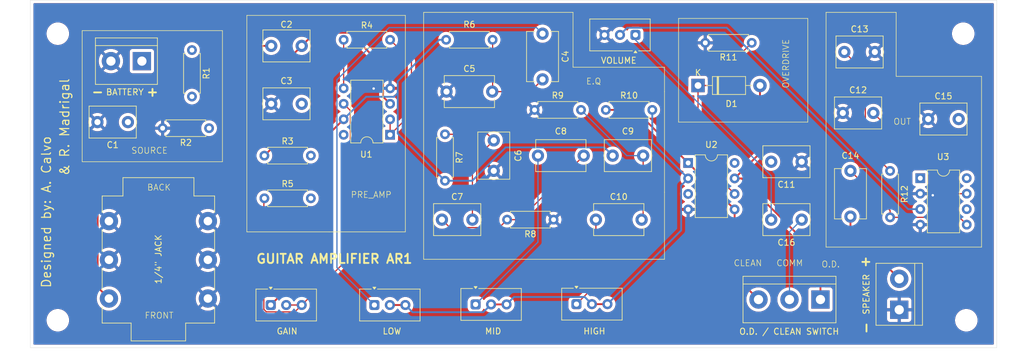
<source format=kicad_pcb>
(kicad_pcb (version 20240108) (generator "pcbnew") (generator_version "8.0")
  (title_block (title "Guitar Amplifier AR1") (date "2025-06-14") (rev "0") (company "University of Costa Rica"))
  (layers (0 "F.Cu" signal) (1 "In1.Cu" power) (2 "In2.Cu" power) (31 "B.Cu" signal) (34 "B.Paste" user) (35 "F.Paste" user) (36 "B.SilkS" user "B.Silkscreen") (37 "F.SilkS" user "F.Silkscreen") (38 "B.Mask" user) (39 "F.Mask" user) (44 "Edge.Cuts" user))
  (net 0 "")
  (net 1 "+4.5V")
  (net 2 "GND")
  (net 3 "Net-(C2-Pad2)")
  (net 4 "+9V")
  (net 5 "Net-(C4-Pad1)")
  (net 6 "Net-(C4-Pad2)")
  (net 7 "Net-(C6-Pad2)")
  (net 8 "Net-(C7-Pad1)")
  (net 9 "Net-(C8-Pad1)")
  (net 10 "/OUT_PreAmp")
  (net 11 "Net-(C10-Pad2)")
  (net 12 "Net-(C10-Pad1)")
  (net 13 "Net-(U3-BYPASS)")
  (net 14 "Net-(C13-Pad1)")
  (net 15 "Net-(C14-Pad1)")
  (net 16 "/System_Out")
  (net 17 "Net-(C16-Pad2)")
  (net 18 "Net-(J4-Pin_2)")
  (net 19 "Net-(D1-K)")
  (net 20 "/OUT_OverD")
  (net 21 "/OUT_Eq")
  (net 22 "Net-(U3-+)")
  (net 23 "/OUT_Clean")
  (net 26 "Net-(U1-1IN+)")
  (net 27 "Net-(U1-1IN-)")
  (net 28 "Net-(U1-2IN+)")
  (net 29 "Net-(U1-2IN-)")
  (footprint "Capacitor_THT:C_Disc_D8.0mm_W5.0mm_P7.50mm" (layer "F.Cu") (at 168.75 127.5)
    (property "Reference" "C5" (at 3.75 -3.75 0) (layer "F.SilkS"))
    (property "Value" "220n")
    (pad "1" thru_hole circle (at 0 0) (size 2 2) (drill 1) (layers "*.Cu" "*.Mask") (net 2 "GND"))
    (pad "2" thru_hole circle (at 7.5 0) (size 2 2) (drill 1) (layers "*.Cu" "*.Mask") (net 6 "Net-(C4-Pad2)"))
  )
  (footprint "Resistor_THT:R_Axial_DIN0207_L6.3mm_D2.5mm_P7.62mm_Horizontal" (layer "F.Cu") (at 138.88 145)
    (property "Reference" "R5" (at 3.81 -2.37 0) (layer "F.SilkS"))
    (property "Value" "10k")
    (pad "1" thru_hole circle (at 0 0) (size 1.6 1.6) (drill 0.8) (layers "*.Cu" "*.Mask") (net 29 "Net-(U1-2IN-)"))
    (pad "2" thru_hole oval (at 7.62 0) (size 1.6 1.6) (drill 0.8) (layers "*.Cu" "*.Mask") (net 1 "+4.5V"))
  )
  (footprint "Capacitor_THT:C_Disc_D8.0mm_W5.0mm_P7.50mm" (layer "F.Cu") (at 184.5 118 -90)
    (property "Reference" "C4" (at 3.75 -3.75 90) (layer "F.SilkS"))
    (property "Value" "220n")
    (pad "1" thru_hole circle (at 0 0 270) (size 2 2) (drill 1) (layers "*.Cu" "*.Mask") (net 5 "Net-(C4-Pad1)"))
    (pad "2" thru_hole circle (at 7.5 0 270) (size 2 2) (drill 1) (layers "*.Cu" "*.Mask") (net 6 "Net-(C4-Pad2)"))
  )
  (footprint "MountingHole:MountingHole_3.2mm_M3" (layer "F.Cu") (at 254 165)
    (property "Reference" "H4" (hide yes))
    (property "Value" "MountingHole_3.2mm_M3")
    (pad "" np_thru_hole circle (at 0 0) (size 3.2 3.2) (drill 3.2) (layers "*.Cu" "*.Mask"))
  )
  (footprint "Resistor_THT:R_Axial_DIN0207_L6.3mm_D2.5mm_P7.62mm_Horizontal" (layer "F.Cu") (at 151.88 119)
    (property "Reference" "R4" (at 3.81 -2.37 0) (layer "F.SilkS"))
    (property "Value" "100")
    (pad "1" thru_hole circle (at 0 0) (size 1.6 1.6) (drill 0.8) (layers "*.Cu" "*.Mask") (net 28 "Net-(U1-2IN+)"))
    (pad "2" thru_hole oval (at 7.62 0) (size 1.6 1.6) (drill 0.8) (layers "*.Cu" "*.Mask") (net 27 "Net-(U1-1IN-)"))
  )
  (footprint "Capacitor_THT:C_Disc_D8.0mm_W5.0mm_P7.50mm" (layer "F.Cu") (at 235 140.5 -90)
    (property "Reference" "C14" (at -2.5 0 0) (layer "F.SilkS"))
    (property "Value" "220u")
    (pad "1" thru_hole circle (at 0 0 270) (size 2 2) (drill 1) (layers "*.Cu" "*.Mask") (net 15 "Net-(C14-Pad1)"))
    (pad "2" thru_hole circle (at 7.5 0 270) (size 2 2) (drill 1) (layers "*.Cu" "*.Mask") (net 16 "/System_Out"))
  )
  (footprint "Capacitor_THT:C_Disc_D7.5mm_W5.0mm_P5.00mm" (layer "F.Cu") (at 201 138 180)
    (property "Reference" "C9" (at 2.5 4 0) (layer "F.SilkS"))
    (property "Value" "10n")
    (pad "1" thru_hole circle (at 0 0 180) (size 2 2) (drill 1) (layers "*.Cu" "*.Mask") (net 11 "Net-(C10-Pad2)"))
    (pad "2" thru_hole circle (at 5 0 180) (size 2 2) (drill 1) (layers "*.Cu" "*.Mask") (net 10 "/OUT_PreAmp"))
  )
  (footprint "MountingHole:MountingHole_3.2mm_M3" (layer "F.Cu") (at 105 118)
    (property "Reference" "H1" (hide yes))
    (property "Value" "MountingHole_3.2mm_M3")
    (pad "" np_thru_hole circle (at 0 0) (size 3.2 3.2) (drill 3.2) (layers "*.Cu" "*.Mask"))
  )
  (footprint "Capacitor_THT:C_Disc_D8.0mm_W5.0mm_P7.50mm" (layer "F.Cu") (at 183.75 138)
    (property "Reference" "C8" (at 3.75 -4 0) (layer "F.SilkS"))
    (property "Value" "220n")
    (pad "1" thru_hole circle (at 0 0) (size 2 2) (drill 1) (layers "*.Cu" "*.Mask") (net 9 "Net-(C8-Pad1)"))
    (pad "2" thru_hole circle (at 7.5 0) (size 2 2) (drill 1) (layers "*.Cu" "*.Mask") (net 8 "Net-(C7-Pad1)"))
  )
  (footprint "Capacitor_THT:C_Disc_D7.5mm_W5.0mm_P5.00mm" (layer "F.Cu") (at 140 129.5)
    (property "Reference" "C3" (at 2.5 -3.75 0) (layer "F.SilkS"))
    (property "Value" "10u")
    (pad "1" thru_hole circle (at 0 0) (size 2 2) (drill 1) (layers "*.Cu" "*.Mask") (net 2 "GND"))
    (pad "2" thru_hole circle (at 5 0) (size 2 2) (drill 1) (layers "*.Cu" "*.Mask") (net 4 "+9V"))
  )
  (footprint "Capacitor_THT:C_Disc_D7.5mm_W5.0mm_P5.00mm" (layer "F.Cu") (at 227 148.5 180)
    (property "Reference" "C16" (at 2.5 -3.75 0) (layer "F.SilkS"))
    (property "Value" "10u")
    (pad "1" thru_hole circle (at 0 0 180) (size 2 2) (drill 1) (layers "*.Cu" "*.Mask") (net 18 "Net-(J4-Pin_2)"))
    (pad "2" thru_hole circle (at 5 0 180) (size 2 2) (drill 1) (layers "*.Cu" "*.Mask") (net 17 "Net-(C16-Pad2)"))
  )
  (footprint "Resistor_THT:R_Axial_DIN0207_L6.3mm_D2.5mm_P7.62mm_Horizontal" (layer "F.Cu") (at 129.81 133.5 180)
    (property "Reference" "R2" (at 3.81 -2.37 0) (layer "F.SilkS"))
    (property "Value" "10k")
    (pad "1" thru_hole circle (at 0 0 180) (size 1.6 1.6) (drill 0.8) (layers "*.Cu" "*.Mask") (net 1 "+4.5V"))
    (pad "2" thru_hole oval (at 7.62 0 180) (size 1.6 1.6) (drill 0.8) (layers "*.Cu" "*.Mask") (net 2 "GND"))
  )
  (footprint "TerminalBlock:TerminalBlock_bornier-2_P5.08mm" (layer "F.Cu") (at 243 163.28 90)
    (property "Reference" "SPEAKER" (at 2.54 -5.4 90) (layer "F.SilkS"))
    (property "Value" "Screw_Terminal_01x02")
    (pad "1" thru_hole rect (at 0 0 90) (size 3 3) (drill 1.52) (layers "*.Cu" "*.Mask") (net 2 "GND"))
    (pad "2" thru_hole circle (at 5.08 0 90) (size 3 3) (drill 1.52) (layers "*.Cu" "*.Mask") (net 16 "/System_Out"))
  )
  (footprint "TerminalBlock:TerminalBlock_bornier-2_P5.08mm" (layer "F.Cu") (at 118.79 122.5 180)
    (property "Reference" "BATTERY" (at 2.79 -5.08 180) (layer "F.SilkS"))
    (property "Value" "Screw_Terminal_01x02")
    (pad "1" thru_hole rect (at 0 0 180) (size 3 3) (drill 1.52) (layers "*.Cu" "*.Mask") (net 4 "+9V"))
    (pad "2" thru_hole circle (at 5.08 0 180) (size 3 3) (drill 1.52) (layers "*.Cu" "*.Mask") (net 2 "GND"))
  )
  (footprint "Potentiometer_THT:Potentiometer_Vishay_T93XA_Horizontal" (layer "F.Cu") (at 199.74 118.2 180)
    (property "Reference" "VOLUME" (at 2.74 -4.2 0) (layer "F.SilkS"))
    (property "Value" "50k")
    (pad "1" thru_hole roundrect (at 0 0 180) (size 1.65 1.65) (drill 0.85) (layers "*.Cu" "*.Mask") (net 17 "Net-(C16-Pad2)"))
    (pad "2" thru_hole circle (at 2.54 0 180) (size 1.65 1.65) (drill 0.85) (layers "*.Cu" "*.Mask") (net 22 "Net-(U3-+)"))
    (pad "3" thru_hole circle (at 5.08 0 180) (size 1.65 1.65) (drill 0.85) (layers "*.Cu" "*.Mask") (net 2 "GND"))
  )
  (footprint "Capacitor_THT:C_Disc_D7.5mm_W5.0mm_P5.00mm" (layer "F.Cu") (at 233.75 131)
    (property "Reference" "C12" (at 2.5 -3.75 0) (layer "F.SilkS"))
    (property "Value" "10u")
    (pad "1" thru_hole circle (at 0 0) (size 2 2) (drill 1) (layers "*.Cu" "*.Mask") (net 2 "GND"))
    (pad "2" thru_hole circle (at 5 0) (size 2 2) (drill 1) (layers "*.Cu" "*.Mask") (net 13 "Net-(U3-BYPASS)"))
  )
  (footprint "Resistor_THT:R_Axial_DIN0207_L6.3mm_D2.5mm_P7.62mm_Horizontal" (layer "F.Cu") (at 127 120.69 -90)
    (property "Reference" "R1" (at 3.81 -2.37 90) (layer "F.SilkS"))
    (property "Value" "10k")
    (pad "1" thru_hole circle (at 0 0 270) (size 1.6 1.6) (drill 0.8) (layers "*.Cu" "*.Mask") (net 4 "+9V"))
    (pad "2" thru_hole oval (at 7.62 0 270) (size 1.6 1.6) (drill 0.8) (layers "*.Cu" "*.Mask") (net 1 "+4.5V"))
  )
  (footprint "Resistor_THT:R_Axial_DIN0207_L6.3mm_D2.5mm_P7.62mm_Horizontal" (layer "F.Cu") (at 241.5 140.5 -90)
    (property "Reference" "R12" (at 3.81 -2.37 90) (layer "F.SilkS"))
    (property "Value" "10")
    (pad "1" thru_hole circle (at 0 0 270) (size 1.6 1.6) (drill 0.8) (layers "*.Cu" "*.Mask") (net 14 "Net-(C13-Pad1)"))
    (pad "2" thru_hole oval (at 7.62 0 270) (size 1.6 1.6) (drill 0.8) (layers "*.Cu" "*.Mask") (net 15 "Net-(C14-Pad1)"))
  )
  (footprint "Connector_Audio:Jack_6.35mm_Neutrik_NMJ6HCD2_Horizontal" (layer "F.Cu") (at 113.385 161.435 90)
    (property "Reference" "1/4\" JACK" (at 6.435 8.115 90) (layer "F.SilkS"))
    (property "Value" "NMJ6HCD2")
    (pad "R" thru_hole circle (at 6.35 0 90) (size 3 3) (drill 1.4) (layers "*.Cu" "*.Mask") (net 2 "GND"))
    (pad "RN" thru_hole circle (at 6.35 16.23 90) (size 3 3) (drill 1.4) (layers "*.Cu" "*.Mask") (net 2 "GND"))
    (pad "S" thru_hole circle (at 12.7 0 90) (size 3 3) (drill 1.4) (layers "*.Cu" "*.Mask") (net 2 "GND"))
    (pad "SN" thru_hole circle (at 12.7 16.23 90) (size 3 3) (drill 1.4) (layers "*.Cu" "*.Mask") (net 2 "GND"))
    (pad "T" thru_hole circle (at 0 0 90) (size 3 3) (drill 1.4) (layers "*.Cu" "*.Mask") (net 3 "Net-(C2-Pad2)"))
    (pad "TN" thru_hole circle (at 0 16.23 90) (size 3 3) (drill 1.4) (layers "*.Cu" "*.Mask") (net 2 "GND"))
  )
  (footprint "Capacitor_THT:C_Disc_D7.5mm_W5.0mm_P5.00mm" (layer "F.Cu") (at 247.75 132)
    (property "Reference" "C15" (at 2.5 -3.75 0) (layer "F.SilkS"))
    (property "Value" "10u")
    (pad "1" thru_hole circle (at 0 0) (size 2 2) (drill 1) (layers "*.Cu" "*.Mask") (net 2 "GND"))
    (pad "2" thru_hole circle (at 5 0) (size 2 2) (drill 1) (layers "*.Cu" "*.Mask") (net 4 "+9V"))
  )
  (footprint "MountingHole:MountingHole_3.2mm_M3" (layer "F.Cu") (at 253.5 118)
    (property "Reference" "H3" (hide yes))
    (property "Value" "MountingHole_3.2mm_M3")
    (pad "" np_thru_hole circle (at 0 0) (size 3.2 3.2) (drill 3.2) (layers "*.Cu" "*.Mask"))
  )
  (footprint "Capacitor_THT:C_Disc_D7.5mm_W5.0mm_P5.00mm" (layer "F.Cu") (at 116.5 132.5 180)
    (property "Reference" "C1" (at 2.5 -3.75 0) (layer "F.SilkS"))
    (property "Value" "10u")
    (pad "1" thru_hole circle (at 0 0 180) (size 2 2) (drill 1) (layers "*.Cu" "*.Mask") (net 1 "+4.5V"))
    (pad "2" thru_hole circle (at 5 0 180) (size 2 2) (drill 1) (layers "*.Cu" "*.Mask") (net 2 "GND"))
  )
  (footprint "Capacitor_THT:C_Disc_D7.5mm_W5.0mm_P5.00mm" (layer "F.Cu") (at 227 139 180)
    (property "Reference" "C11" (at 2.5 -3.75 0) (layer "F.SilkS"))
    (property "Value" "10u")
    (pad "1" thru_hole circle (at 0 0 180) (size 2 2) (drill 1) (layers "*.Cu" "*.Mask") (net 2 "GND"))
    (pad "2" thru_hole circle (at 5 0 180) (size 2 2) (drill 1) (layers "*.Cu" "*.Mask") (net 4 "+9V"))
  )
  (footprint "Resistor_THT:R_Axial_DIN0207_L6.3mm_D2.5mm_P7.62mm_Horizontal" (layer "F.Cu") (at 218.81 119.5 180)
    (property "Reference" "R11" (at 3.81 -2.37 0) (layer "F.SilkS"))
    (property "Value" "175")
    (pad "1" thru_hole circle (at 0 0 180) (size 1.6 1.6) (drill 0.8) (layers "*.Cu" "*.Mask") (net 19 "Net-(D1-K)"))
    (pad "2" thru_hole oval (at 7.62 0 180) (size 1.6 1.6) (drill 0.8) (layers "*.Cu" "*.Mask") (net 2 "GND"))
  )
  (footprint "Potentiometer_THT:Potentiometer_Vishay_T93XA_Horizontal" (layer "F.Cu") (at 156.92 162.5)
    (property "Reference" "LOW" (at 2.88 4.3 0) (layer "F.SilkS"))
    (property "Value" "50k")
    (pad "1" thru_hole roundrect (at 0 0) (size 1.65 1.65) (drill 0.85) (layers "*.Cu" "*.Mask") (net 5 "Net-(C4-Pad1)"))
    (pad "2" thru_hole circle (at 2.54 0) (size 1.65 1.65) (drill 0.85) (layers "*.Cu" "*.Mask") (net 21 "/OUT_Eq"))
    (pad "3" thru_hole circle (at 5.08 0) (size 1.65 1.65) (drill 0.85) (layers "*.Cu" "*.Mask") (net 21 "/OUT_Eq"))
  )
  (footprint "Resistor_THT:R_Axial_DIN0207_L6.3mm_D2.5mm_P7.62mm_Horizontal" (layer "F.Cu") (at 183.19 130.5)
    (property "Reference" "R9" (at 3.81 -2.37 0) (layer "F.SilkS"))
    (property "Value" "3.3k")
    (pad "1" thru_hole circle (at 0 0) (size 1.6 1.6) (drill 0.8) (layers "*.Cu" "*.Mask") (net 2 "GND"))
    (pad "2" thru_hole oval (at 7.62 0) (size 1.6 1.6) (drill 0.8) (layers "*.Cu" "*.Mask") (net 11 "Net-(C10-Pad2)"))
  )
  (footprint "Potentiometer_THT:Potentiometer_Vishay_T93XA_Horizontal" (layer "F.Cu") (at 173.52 162.4)
    (property "Reference" "MID" (at 2.88 4.4 0) (layer "F.SilkS"))
    (property "Value" "50k")
    (pad "1" thru_hole roundrect (at 0 0) (size 1.65 1.65) (drill 0.85) (layers "*.Cu" "*.Mask") (net 9 "Net-(C8-Pad1)"))
    (pad "2" thru_hole circle (at 2.54 0) (size 1.65 1.65) (drill 0.85) (layers "*.Cu" "*.Mask") (net 21 "/OUT_Eq"))
    (pad "3" thru_hole circle (at 5.08 0) (size 1.65 1.65) (drill 0.85) (layers "*.Cu" "*.Mask") (net 21 "/OUT_Eq"))
  )
  (footprint "TerminalBlock:TerminalBlock_bornier-3_P5.08mm" (layer "F.Cu") (at 230.08 161.6 180)
    (property "Reference" "O.D. / CLEAN SWITCH" (at 5.13 -5.25 180) (layer "F.SilkS"))
    (property "Value" "Terminal_01x03")
    (pad "1" thru_hole rect (at 0 0 180) (size 3 3) (drill 1.52) (layers "*.Cu" "*.Mask") (net 20 "/OUT_OverD"))
    (pad "2" thru_hole circle (at 5.08 0 180) (size 3 3) (drill 1.52) (layers "*.Cu" "*.Mask") (net 18 "Net-(J4-Pin_2)"))
    (pad "3" thru_hole circle (at 10.16 0 180) (size 3 3) (drill 1.52) (layers "*.Cu" "*.Mask") (net 23 "/OUT_Clean"))
  )
  (footprint "Resistor_THT:R_Axial_DIN0207_L6.3mm_D2.5mm_P7.62mm_Horizontal" (layer "F.Cu") (at 194.88 130.5)
    (property "Reference" "R10" (at 3.81 -2.37 0) (layer "F.SilkS"))
    (property "Value" "33k")
    (pad "1" thru_hole circle (at 0 0) (size 1.6 1.6) (drill 0.8) (layers "*.Cu" "*.Mask") (net 23 "/OUT_Clean"))
    (pad "2" thru_hole oval (at 7.62 0) (size 1.6 1.6) (drill 0.8) (layers "*.Cu" "*.Mask") (net 21 "/OUT_Eq"))
  )
  (footprint "Package_DIP:DIP-8_W7.62mm" (layer "F.Cu") (at 208.38 139.2)
    (property "Reference" "U2" (at 3.81 -3 0) (layer "F.SilkS"))
    (property "Value" "TL072CP")
    (pad "1" thru_hole rect (at 0 0) (size 1.6 1.6) (drill 0.8) (layers "*.Cu" "*.Mask") (net 23 "/OUT_Clean"))
    (pad "2" thru_hole oval (at 0 2.54) (size 1.6 1.6) (drill 0.8) (layers "*.Cu" "*.Mask") (net 21 "/OUT_Eq"))
    (pad "3" thru_hole oval (at 0 5.08) (size 1.6 1.6) (drill 0.8) (layers "*.Cu" "*.Mask") (net 1 "+4.5V"))
    (pad "4" thru_hole oval (at 0 7.62) (size 1.6 1.6) (drill 0.8) (layers "*.Cu" "*.Mask") (net 2 "GND"))
    (pad "5" thru_hole oval (at 7.62 7.62) (size 1.6 1.6) (drill 0.8) (layers "*.Cu" "*.Mask") (net 23 "/OUT_Clean"))
    (pad "6" thru_hole oval (at 7.62 5.08) (size 1.6 1.6) (drill 0.8) (layers "*.Cu" "*.Mask") (net 19 "Net-(D1-K)"))
    (pad "7" thru_hole oval (at 7.62 2.54) (size 1.6 1.6) (drill 0.8) (layers "*.Cu" "*.Mask") (net 20 "/OUT_OverD"))
    (pad "8" thru_hole oval (at 7.62 0) (size 1.6 1.6) (drill 0.8) (layers "*.Cu" "*.Mask") (net 4 "+9V"))
  )
  (footprint "Capacitor_THT:C_Disc_D8.0mm_W5.0mm_P7.50mm" (layer "F.Cu") (at 193.25 148.5)
    (property "Reference" "C10" (at 3.75 -3.75 0) (layer "F.SilkS"))
    (property "Value" "220n")
    (pad "1" thru_hole circle (at 0 0) (size 2 2) (drill 1) (layers "*.Cu" "*.Mask") (net 12 "Net-(C10-Pad1)"))
    (pad "2" thru_hole circle (at 7.5 0) (size 2 2) (drill 1) (layers "*.Cu" "*.Mask") (net 11 "Net-(C10-Pad2)"))
  )
  (footprint "Capacitor_THT:C_Disc_D7.5mm_W5.0mm_P5.00mm" (layer "F.Cu") (at 145 120 180)
    (property "Reference" "C2" (at 2.5 3.5 0) (layer "F.SilkS"))
    (property "Value" "10n")
    (pad "1" thru_hole circle (at 0 0 180) (size 2 2) (drill 1) (layers "*.Cu" "*.Mask") (net 26 "Net-(U1-1IN+)"))
    (pad "2" thru_hole circle (at 5 0 180) (size 2 2) (drill 1) (layers "*.Cu" "*.Mask") (net 3 "Net-(C2-Pad2)"))
  )
  (footprint "Resistor_THT:R_Axial_DIN0207_L6.3mm_D2.5mm_P7.62mm_Horizontal" (layer "F.Cu") (at 168.5 134.5 -90)
    (property "Reference" "R7" (at 3.81 -2.37 90) (layer "F.SilkS"))
    (property "Value" "1.5k")
    (pad "1" thru_hole circle (at 0 0 270) (size 1.6 1.6) (drill 0.8) (layers "*.Cu" "*.Mask") (net 7 "Net-(C6-Pad2)"))
    (pad "2" thru_hole oval (at 7.62 0 270) (size 1.6 1.6) (drill 0.8) (layers "*.Cu" "*.Mask") (net 10 "/OUT_PreAmp"))
  )
  (footprint "Capacitor_THT:C_Disc_D7.5mm_W5.0mm_P5.00mm" (layer "F.Cu") (at 168 148.5)
    (property "Reference" "C7" (at 2.5 -3.75 0) (layer "F.SilkS"))
    (property "Value" "100n")
    (pad "1" thru_hole circle (at 0 0) (size 2 2) (drill 1) (layers "*.Cu" "*.Mask") (net 8 "Net-(C7-Pad1)"))
    (pad "2" thru_hole circle (at 5 0) (size 2 2) (drill 1) (layers "*.Cu" "*.Mask") (net 7 "Net-(C6-Pad2)"))
  )
  (footprint "Resistor_THT:R_Axial_DIN0207_L6.3mm_D2.5mm_P7.62mm_Horizontal" (layer "F.Cu") (at 176.31 119 180)
    (property "Reference" "R6" (at 3.81 2.5 0) (layer "F.SilkS"))
    (property "Value" "3k")
    (pad "1" thru_hole circle (at 0 0 180) (size 1.6 1.6) (drill 0.8) (layers "*.Cu" "*.Mask") (net 6 "Net-(C4-Pad2)"))
    (pad "2" thru_hole oval (at 7.62 0 180) (size 1.6 1.6) (drill 0.8) (layers "*.Cu" "*.Mask") (net 10 "/OUT_PreAmp"))
  )
  (footprint "Resistor_THT:R_Axial_DIN0207_L6.3mm_D2.5mm_P7.62mm_Horizontal" (layer "F.Cu") (at 186.31 148.5 180)
    (property "Reference" "R8" (at 3.81 -2.37 0) (layer "F.SilkS"))
    (property "Value" "1.5k")
    (pad "1" thru_hole circle (at 0 0 180) (size 1.6 1.6) (drill 0.8) (layers "*.Cu" "*.Mask") (net 2 "GND"))
    (pad "2" thru_hole oval (at 7.62 0 180) (size 1.6 1.6) (drill 0.8) (layers "*.Cu" "*.Mask") (net 8 "Net-(C7-Pad1)"))
  )
  (footprint "Package_DIP:DIP-8_W7.62mm" (layer "F.Cu") (at 246.45 141.7)
    (property "Reference" "U3" (at 3.75 -3.5 0) (layer "F.SilkS"))
    (property "Value" "LM386")
    (pad "1" thru_hole rect (at 0 0) (size 1.6 1.6) (drill 0.8) (layers "*.Cu" "*.Mask"))
    (pad "2" thru_hole oval (at 0 2.54) (size 1.6 1.6) (drill 0.8) (layers "*.Cu" "*.Mask") (net 2 "GND"))
    (pad "3" thru_hole oval (at 0 5.08) (size 1.6 1.6) (drill 0.8) (layers "*.Cu" "*.Mask") (net 22 "Net-(U3-+)"))
    (pad "4" thru_hole oval (at 0 7.62) (size 1.6 1.6) (drill 0.8) (layers "*.Cu" "*.Mask") (net 2 "GND"))
    (pad "5" thru_hole oval (at 7.62 7.62) (size 1.6 1.6) (drill 0.8) (layers "*.Cu" "*.Mask") (net 15 "Net-(C14-Pad1)"))
    (pad "6" thru_hole oval (at 7.62 5.08) (size 1.6 1.6) (drill 0.8) (layers "*.Cu" "*.Mask") (net 4 "+9V"))
    (pad "7" thru_hole oval (at 7.62 2.54) (size 1.6 1.6) (drill 0.8) (layers "*.Cu" "*.Mask") (net 13 "Net-(U3-BYPASS)"))
    (pad "8" thru_hole oval (at 7.62 0) (size 1.6 1.6) (drill 0.8) (layers "*.Cu" "*.Mask"))
  )
  (footprint "Capacitor_THT:C_Disc_D7.5mm_W5.0mm_P5.00mm" (layer "F.Cu") (at 176.5 140.5 90)
    (property "Reference" "C6" (at 2.5 4 90) (layer "F.SilkS"))
    (property "Value" "100n")
    (pad "1" thru_hole circle (at 0 0 90) (size 2 2) (drill 1) (layers "*.Cu" "*.Mask") (net 2 "GND"))
    (pad "2" thru_hole circle (at 5 0 90) (size 2 2) (drill 1) (layers "*.Cu" "*.Mask") (net 7 "Net-(C6-Pad2)"))
  )
  (footprint "Capacitor_THT:C_Disc_D7.5mm_W5.0mm_P5.00mm" (layer "F.Cu") (at 234 121)
    (property "Reference" "C13" (at 2.5 -3.75 0) (layer "F.SilkS"))
    (property "Value" "10u")
    (pad "1" thru_hole circle (at 0 0) (size 2 2) (drill 1) (layers "*.Cu" "*.Mask") (net 14 "Net-(C13-Pad1)"))
    (pad "2" thru_hole circle (at 5 0) (size 2 2) (drill 1) (layers "*.Cu" "*.Mask") (net 2 "GND"))
  )
  (footprint "Diode_THT:D_DO-41_SOD81_P10.16mm_Horizontal" (layer "F.Cu") (at 210 126.5)
    (property "Reference" "D1" (at 5.5 3 0) (layer "F.SilkS"))
    (property "Value" "1N4002")
    (fp_text user "K" (at 0 -2.1 0) (layer "F.SilkS"))
    (pad "1" thru_hole rect (at 0 0) (size 2.2 2.2) (drill 1.1) (layers "*.Cu" "*.Mask") (net 19 "Net-(D1-K)"))
    (pad "2" thru_hole oval (at 10.16 0) (size 2.2 2.2) (drill 1.1) (layers "*.Cu" "*.Mask") (net 20 "/OUT_OverD"))
  )
  (footprint "Potentiometer_THT:Potentiometer_Vishay_T93XA_Horizontal" (layer "F.Cu") (at 190.06 162.3575)
    (property "Reference" "HIGH" (at 2.94 4.4425 0) (layer "F.SilkS"))
    (property "Value" "50k")
    (pad "1" thru_hole roundrect (at 0 0) (size 1.65 1.65) (drill 0.85) (layers "*.Cu" "*.Mask") (net 12 "Net-(C10-Pad1)"))
    (pad "2" thru_hole circle (at 2.54 0) (size 1.65 1.65) (drill 0.85) (layers "*.Cu" "*.Mask") (net 21 "/OUT_Eq"))
    (pad "3" thru_hole circle (at 5.08 0) (size 1.65 1.65) (drill 0.85) (layers "*.Cu" "*.Mask") (net 21 "/OUT_Eq"))
  )
  (footprint "Resistor_THT:R_Axial_DIN0207_L6.3mm_D2.5mm_P7.62mm_Horizontal" (layer "F.Cu") (at 138.88 138)
    (property "Reference" "R3" (at 3.81 -2.37 0) (layer "F.SilkS"))
    (property "Value" "1MEG")
    (pad "1" thru_hole circle (at 0 0) (size 1.6 1.6) (drill 0.8) (layers "*.Cu" "*.Mask") (net 26 "Net-(U1-1IN+)"))
    (pad "2" thru_hole oval (at 7.62 0) (size 1.6 1.6) (drill 0.8) (layers "*.Cu" "*.Mask") (net 1 "+4.5V"))
  )
  (footprint "MountingHole:MountingHole_3.2mm_M3" (layer "F.Cu") (at 105 165)
    (property "Reference" "H2" (hide yes))
    (property "Value" "MountingHole_3.2mm_M3")
    (pad "" np_thru_hole circle (at 0 0) (size 3.2 3.2) (drill 3.2) (layers "*.Cu" "*.Mask"))
  )
  (footprint "Potentiometer_THT:Potentiometer_Vishay_T93XA_Horizontal" (layer "F.Cu") (at 139.92 162.5)
    (property "Reference" "GAIN" (at 2.68 4.3 0) (layer "F.SilkS"))
    (property "Value" "50k")
    (pad "1" thru_hole roundrect (at 0 0) (size 1.65 1.65) (drill 0.85) (layers "*.Cu" "*.Mask") (net 10 "/OUT_PreAmp"))
    (pad "2" thru_hole circle (at 2.54 0) (size 1.65 1.65) (drill 0.85) (layers "*.Cu" "*.Mask") (net 29 "Net-(U1-2IN-)"))
    (pad "3" thru_hole circle (at 5.08 0) (size 1.65 1.65) (drill 0.85) (layers "*.Cu" "*.Mask") (net 29 "Net-(U1-2IN-)"))
  )
  (footprint "Package_DIP:DIP-8_W7.62mm" (layer "F.Cu") (at 159.5 134.58 180)
    (property "Reference" "U1" (at 3.9 -3.22 0) (layer "F.SilkS"))
    (property "Value" "TL072CP")
    (pad "1" thru_hole rect (at 0 0 180) (size 1.6 1.6) (drill 0.8) (layers "*.Cu" "*.Mask") (net 27 "Net-(U1-1IN-)"))
    (pad "2" thru_hole oval (at 0 2.54 180) (size 1.6 1.6) (drill 0.8) (layers "*.Cu" "*.Mask") (net 27 "Net-(U1-1IN-)"))
    (pad "3" thru_hole oval (at 0 5.08 180) (size 1.6 1.6) (drill 0.8) (layers "*.Cu" "*.Mask") (net 26 "Net-(U1-1IN+)"))
    (pad "4" thru_hole oval (at 0 7.62 180) (size 1.6 1.6) (drill 0.8) (layers "*.Cu" "*.Mask") (net 2 "GND"))
    (pad "5" thru_hole oval (at 7.62 7.62 180) (size 1.6 1.6) (drill 0.8) (layers "*.Cu" "*.Mask") (net 28 "Net-(U1-2IN+)"))
    (pad "6" thru_hole oval (at 7.62 5.08 180) (size 1.6 1.6) (drill 0.8) (layers "*.Cu" "*.Mask") (net 29 "Net-(U1-2IN-)"))
    (pad "7" thru_hole oval (at 7.62 2.54 180) (size 1.6 1.6) (drill 0.8) (layers "*.Cu" "*.Mask") (net 10 "/OUT_PreAmp"))
    (pad "8" thru_hole oval (at 7.62 0 180) (size 1.6 1.6) (drill 0.8) (layers "*.Cu" "*.Mask") (net 4 "+9V"))
  )
  (gr_line (start 165 155) (end 191 155) (stroke (width 0.1)) (layer "F.SilkS"))
  (gr_line (start 228 132.5) (end 228 115.5) (stroke (width 0.1)) (layer "F.SilkS"))
  (gr_line (start 204.5 144) (end 204.5 127.5) (stroke (width 0.1)) (layer "F.SilkS"))
  (gr_line (start 231 114.5) (end 231 153) (stroke (width 0.1)) (layer "F.SilkS"))
  (gr_line (start 242.5 125) (end 242.5 121.5) (stroke (width 0.1)) (layer "F.SilkS"))
  (gr_line (start 136 150.5) (end 149.5 150.5) (stroke (width 0.1)) (layer "F.SilkS"))
  (gr_line (start 206.81 115.5) (end 206.81 132.5) (stroke (width 0.1)) (layer "F.SilkS"))
  (gr_line (start 204.5 144) (end 204.5 155) (stroke (width 0.1)) (layer "F.SilkS"))
  (gr_line (start 162 150.5) (end 162 115) (stroke (width 0.1)) (layer "F.SilkS"))
  (gr_line (start 204.5 127.5) (end 204.5 123.5) (stroke (width 0.1)) (layer "F.SilkS"))
  (gr_line (start 256.5 125) (end 242.5 125) (stroke (width 0.1)) (layer "F.SilkS"))
  (gr_line (start 204.5 123.5) (end 189.5 123.5) (stroke (width 0.1)) (layer "F.SilkS"))
  (gr_line (start 132 117.5) (end 109 117.5) (stroke (width 0.1)) (layer "F.SilkS"))
  (gr_line (start 242.5 121.5) (end 242.5 114.5) (stroke (width 0.1)) (layer "F.SilkS"))
  (gr_line (start 256.5 153) (end 256.5 125) (stroke (width 0.1)) (layer "F.SilkS"))
  (gr_line (start 206.81 132.5) (end 228 132.5) (stroke (width 0.1)) (layer "F.SilkS"))
  (gr_line (start 189.5 123.5) (end 189.5 114.5) (stroke (width 0.1)) (layer "F.SilkS"))
  (gr_line (start 109 139) (end 132 139) (stroke (width 0.1)) (layer "F.SilkS"))
  (gr_line (start 242.5 114.5) (end 231 114.5) (stroke (width 0.1)) (layer "F.SilkS"))
  (gr_line (start 109 117.5) (end 109 139) (stroke (width 0.1)) (layer "F.SilkS"))
  (gr_line (start 228 115.5) (end 206.81 115.5) (stroke (width 0.1)) (layer "F.SilkS"))
  (gr_line (start 165 114.5) (end 165 155) (stroke (width 0.1)) (layer "F.SilkS"))
  (gr_line (start 149.5 150.5) (end 162 150.5) (stroke (width 0.1)) (layer "F.SilkS"))
  (gr_line (start 204.5 155) (end 191 155) (stroke (width 0.1)) (layer "F.SilkS"))
  (gr_line (start 136 115) (end 136 150.5) (stroke (width 0.1)) (layer "F.SilkS"))
  (gr_line (start 132 139) (end 132 117.5) (stroke (width 0.1)) (layer "F.SilkS"))
  (gr_line (start 165 114.5) (end 189.5 114.5) (stroke (width 0.1)) (layer "F.SilkS"))
  (gr_line (start 231 153) (end 256.5 153) (stroke (width 0.1)) (layer "F.SilkS"))
  (gr_line (start 162 115) (end 136 115) (stroke (width 0.1)) (layer "F.SilkS"))
  (gr_rect (start 100.5 112.5) (end 259 169.5) (stroke (width 0.05)) (fill none) (layer "Edge.Cuts"))
  (gr_text "& R. Madrigal" (at 107 141.4 90) (layer "F.SilkS") (effects (font (size 1.5 1.5) (thickness 0.1875)) (justify left bottom)))
  (gr_text "COMM" (at 222.8 156.2 0) (layer "F.SilkS") (effects (font (size 1 1) (thickness 0.1)) (justify left bottom)))
  (gr_text "CLEAN" (at 215.8 156.2 0) (layer "F.SilkS") (effects (font (size 1 1) (thickness 0.1)) (justify left bottom)))
  (gr_text "-" (at 238.4 167.4 90) (layer "F.SilkS") (effects (font (size 1.5 1.5) (thickness 0.3) (bold yes)) (justify left bottom)))
  (gr_text "E.Q" (at 191.6 126.4 0) (layer "F.SilkS") (effects (font (size 1 1) (thickness 0.1)) (justify left bottom)))
  (gr_text "+" (at 119.4 128.4 0) (layer "F.SilkS") (effects (font (size 1.5 1.5) (thickness 0.3) (bold yes)) (justify left bottom)))
  (gr_text "OVERDRIVE" (at 225 127 90) (layer "F.SilkS") (effects (font (size 1 1) (thickness 0.1)) (justify left bottom)))
  (gr_text "SOURCE" (at 117 137.75 0) (layer "F.SilkS") (effects (font (size 1 1) (thickness 0.1)) (justify left bottom)))
  (gr_text "BACK" (at 119.6 143.8 0) (layer "F.SilkS") (effects (font (size 1 1) (thickness 0.1)) (justify left bottom)))
  (gr_text "GUITAR AMPLIFIER AR1" (at 137.4 155.8 0) (layer "F.SilkS") (effects (font (size 1.5 1.5) (thickness 0.3) (bold yes)) (justify left bottom)))
  (gr_text "PRE_AMP" (at 153 145 0) (layer "F.SilkS") (effects (font (size 1 1) (thickness 0.1)) (justify left bottom)))
  (gr_text "OUT" (at 242 133 0) (layer "F.SilkS") (effects (font (size 1 1) (thickness 0.1)) (justify left bottom)))
  (gr_text "-" (at 110.4 128.4 0) (layer "F.SilkS") (effects (font (size 1.5 1.5) (thickness 0.3) (bold yes)) (justify left bottom)))
  (gr_text "+" (at 236.4 156.2 0) (layer "F.SilkS") (effects (font (size 1.5 1.5) (thickness 0.3) (bold yes)) (justify left bottom)))
  (gr_text "Designed by: A. Calvo" (at 104 159.8 90) (layer "F.SilkS") (effects (font (size 1.5 1.5) (thickness 0.1875)) (justify left bottom)))
  (gr_text "O.D." (at 230.2 156.4 0) (layer "F.SilkS") (effects (font (size 1 1) (thickness 0.1)) (justify left bottom)))
  (gr_text "FRONT" (at 119.2 164.8 0) (layer "F.SilkS") (effects (font (size 1 1) (thickness 0.1)) (justify left bottom)))
  (via (at 156.8 127) (size 0.8) (drill 0.4) (layers "F.Cu" "B.Cu") (net 2))
  (via (at 248.5 144.5) (size 0.8) (drill 0.4) (layers "F.Cu" "B.Cu") (net 2))
  (segment (start 139.574415 120) (end 140 120) (width 0.2) (layer "F.Cu") (net 3))
  (segment (start 113.385 161.435) (end 111.535 159.585) (width 0.3) (layer "F.Cu") (net 3))
  (segment (start 111.535 159.585) (end 111.535 147.050787) (width 0.3) (layer "F.Cu") (net 3))
  (segment (start 138.585787 120) (end 140 120) (width 0.3) (layer "F.Cu") (net 3))
  (segment (start 111.535 147.050787) (end 138.585787 120) (width 0.3) (layer "F.Cu") (net 3))
  (segment (start 150.78 156.36) (end 156.92 162.5) (width 0.2) (layer "B.Cu") (net 5))
  (segment (start 183.5 117) (end 159.338478 117) (width 0.2) (layer "B.Cu") (net 5))
  (segment (start 159.338478 117) (end 150.78 125.558478) (width 0.2) (layer "B.Cu") (net 5))
  (segment (start 150.78 125.558478) (end 150.78 156.36) (width 0.2) (layer "B.Cu") (net 5))
  (segment (start 184.5 118) (end 183.5 117) (width 0.2) (layer "B.Cu") (net 5))
  (segment (start 182.5 127.5) (end 184.5 125.5) (width 0.2) (layer "F.Cu") (net 6))
  (segment (start 176.31 119) (end 176.31 127.44) (width 0.2) (layer "F.Cu") (net 6))
  (segment (start 176.31 127.44) (end 176.25 127.5) (width 0.2) (layer "F.Cu") (net 6))
  (segment (start 176.25 127.5) (end 182.5 127.5) (width 0.2) (layer "F.Cu") (net 6))
  (segment (start 173 139) (end 173 148.5) (width 0.2) (layer "F.Cu") (net 7))
  (segment (start 168.5 134.5) (end 175.5 134.5) (width 0.2) (layer "F.Cu") (net 7))
  (segment (start 175.5 134.5) (end 176.5 135.5) (width 0.2) (layer "F.Cu") (net 7))
  (segment (start 176.5 135.5) (end 173 139) (width 0.2) (layer "F.Cu") (net 7))
  (segment (start 180.75 148.5) (end 191.25 138) (width 0.2) (layer "F.Cu") (net 8))
  (segment (start 178.69 148.5) (end 180.75 148.5) (width 0.2) (layer "F.Cu") (net 8))
  (segment (start 169.3 149.8) (end 177.39 149.8) (width 0.2) (layer "F.Cu") (net 8))
  (segment (start 168 148.5) (end 169.3 149.8) (width 0.2) (layer "F.Cu") (net 8))
  (segment (start 177.39 149.8) (end 178.69 148.5) (width 0.2) (layer "F.Cu") (net 8))
  (segment (start 183.75 138) (end 183.75 152.17) (width 0.2) (layer "B.Cu") (net 9))
  (segment (start 183.75 152.17) (end 173.52 162.4) (width 0.2) (layer "B.Cu") (net 9))
  (segment (start 149 134.92) (end 149 153.42) (width 0.3) (layer "F.Cu") (net 10))
  (segment (start 151.88 132.04) (end 149 134.92) (width 0.3) (layer "F.Cu") (net 10))
  (segment (start 149 153.42) (end 139.92 162.5) (width 0.3) (layer "F.Cu") (net 10))
  (segment (start 168.5 142.12) (end 172.970811 142.12) (width 0.3) (layer "B.Cu") (net 10))
  (segment (start 160.75 125.80863) (end 160.75 127.75) (width 0.3) (layer "B.Cu") (net 10))
  (segment (start 194.65 136.65) (end 196 138) (width 0.3) (layer "B.Cu") (net 10))
  (segment (start 155.57 128.35) (end 151.88 132.04) (width 0.3) (layer "B.Cu") (net 10))
  (segment (start 172.970811 142.12) (end 178.440811 136.65) (width 0.3) (layer "B.Cu") (net 10))
  (segment (start 168.5 142.12) (end 160.75 134.37) (width 0.3) (layer "B.Cu") (net 10))
  (segment (start 168.69 119) (end 167.55863 119) (width 0.3) (layer "B.Cu") (net 10))
  (segment (start 178.440811 136.65) (end 194.65 136.65) (width 0.3) (layer "B.Cu") (net 10))
  (segment (start 160.15 128.35) (end 155.57 128.35) (width 0.3) (layer "B.Cu") (net 10))
  (segment (start 160.75 134.37) (end 160.75 127.75) (width 0.3) (layer "B.Cu") (net 10))
  (segment (start 160.75 127.75) (end 160.15 128.35) (width 0.3) (layer "B.Cu") (net 10))
  (segment (start 167.55863 119) (end 160.75 125.80863) (width 0.3) (layer "B.Cu") (net 10))
  (segment (start 201 138) (end 201 148.25) (width 0.2) (layer "F.Cu") (net 11))
  (segment (start 201 148.25) (end 200.75 148.5) (width 0.2) (layer "F.Cu") (net 11))
  (segment (start 190.81 130.5) (end 198.31 138) (width 0.2) (layer "B.Cu") (net 11))
  (segment (start 198.31 138) (end 201 138) (width 0.2) (layer "B.Cu") (net 11))
  (segment (start 193.25 159.1675) (end 190.06 162.3575) (width 0.2) (layer "F.Cu") (net 12))
  (segment (start 193.25 148.5) (end 193.25 159.1675) (width 0.2) (layer "F.Cu") (net 12))
  (segment (start 254.07 144.24) (end 251.99 144.24) (width 0.2) (layer "F.Cu") (net 13))
  (segment (start 251.99 144.24) (end 238.75 131) (width 0.2) (layer "F.Cu") (net 13))
  (segment (start 237.45 136.45) (end 237.45 124.45) (width 0.2) (layer "F.Cu") (net 14))
  (segment (start 241.5 140.5) (end 237.45 136.45) (width 0.2) (layer "F.Cu") (net 14))
  (segment (start 237.45 124.45) (end 234 121) (width 0.2) (layer "F.Cu") (net 14))
  (segment (start 254.07 149.32) (end 252.87 148.12) (width 0.2) (layer "F.Cu") (net 15))
  (segment (start 241.5 147) (end 241.5 148.12) (width 0.2) (layer "F.Cu") (net 15))
  (segment (start 235 140.5) (end 241.5 147) (width 0.2) (layer "F.Cu") (net 15))
  (segment (start 252.87 148.12) (end 241.5 148.12) (width 0.2) (layer "F.Cu") (net 15))
  (segment (start 235 148) (end 235 150.2) (width 0.3) (layer "F.Cu") (net 16))
  (segment (start 235 150.2) (end 243 158.2) (width 0.3) (layer "F.Cu") (net 16))
  (segment (start 222 141.3) (end 199.74 119.04) (width 0.2) (layer "B.Cu") (net 17))
  (segment (start 222 148.5) (end 222 141.3) (width 0.2) (layer "B.Cu") (net 17))
  (segment (start 199.74 119.04) (end 199.74 118.2) (width 0.2) (layer "B.Cu") (net 17))
  (segment (start 225 161.6) (end 225 150.5) (width 0.2) (layer "B.Cu") (net 18))
  (segment (start 225 150.5) (end 227 148.5) (width 0.2) (layer "B.Cu") (net 18))
  (segment (start 210 126.5) (end 210 138.28) (width 0.2) (layer "F.Cu") (net 19))
  (segment (start 210 126.5) (end 211.81 126.5) (width 0.2) (layer "F.Cu") (net 19))
  (segment (start 210 138.28) (end 216 144.28) (width 0.2) (layer "F.Cu") (net 19))
  (segment (start 211.81 126.5) (end 218.81 119.5) (width 0.2) (layer "F.Cu") (net 19))
  (segment (start 216 141.74) (end 217.149189 141.74) (width 0.3) (layer "F.Cu") (net 20))
  (segment (start 216 141.74) (end 220.16 137.58) (width 0.3) (layer "F.Cu") (net 20))
  (segment (start 230.08 154.670811) (end 230.08 161.6) (width 0.3) (layer "F.Cu") (net 20))
  (segment (start 220.16 137.58) (end 220.16 126.5) (width 0.3) (layer "F.Cu") (net 20))
  (segment (start 217.149189 141.74) (end 230.08 154.670811) (width 0.3) (layer "F.Cu") (net 20))
  (segment (start 178.6 162.4) (end 176.06 162.4) (width 0.3) (layer "F.Cu") (net 21))
  (segment (start 193.25 162.17) (end 192.92 162.5) (width 0.2) (layer "F.Cu") (net 21))
  (segment (start 159.46 162.5) (end 162 162.5) (width 0.3) (layer "F.Cu") (net 21))
  (segment (start 192.6 162.3575) (end 195.14 162.3575) (width 0.3) (layer "F.Cu") (net 21))
  (segment (start 191.425 161.1825) (end 192.6 162.3575) (width 0.3) (layer "B.Cu") (net 21))
  (segment (start 178.6 162.4) (end 179.8175 161.1825) (width 0.3) (layer "B.Cu") (net 21))
  (segment (start 202.5 130.5) (end 202.5 135.86) (width 0.3) (layer "B.Cu") (net 21))
  (segment (start 207.23 142.89) (end 207.23 150.2675) (width 0.3) (layer "B.Cu") (net 21))
  (segment (start 202.5 135.86) (end 208.38 141.74) (width 0.3) (layer "B.Cu") (net 21))
  (segment (start 207.23 150.2675) (end 195.14 162.3575) (width 0.3) (layer "B.Cu") (net 21))
  (segment (start 179.8175 161.1825) (end 191.425 161.1825) (width 0.3) (layer "B.Cu") (net 21))
  (segment (start 208.38 141.74) (end 207.23 142.89) (width 0.3) (layer "B.Cu") (net 21))
  (segment (start 163.175 163.675) (end 174.785 163.675) (width 0.3) (layer "B.Cu") (net 21))
  (segment (start 162 162.5) (end 163.175 163.675) (width 0.3) (layer "B.Cu") (net 21))
  (segment (start 174.785 163.675) (end 176.06 162.4) (width 0.3) (layer "B.Cu") (net 21))
  (segment (start 197.2 118.2) (end 198.375 117.025) (width 0.3) (layer "B.Cu") (net 22))
  (segment (start 198.375 117.025) (end 214.708654 117.025) (width 0.3) (layer "B.Cu") (net 22))
  (segment (start 214.708654 117.025) (end 244.463654 146.78) (width 0.3) (layer "B.Cu") (net 22))
  (segment (start 244.463654 146.78) (end 246.45 146.78) (width 0.3) (layer "B.Cu") (net 22))
  (segment (start 216 146.82) (end 216 157.68) (width 0.3) (layer "F.Cu") (net 23))
  (segment (start 216 157.68) (end 219.92 161.6) (width 0.3) (layer "F.Cu") (net 23))
  (segment (start 199.68 130.5) (end 208.38 139.2) (width 0.3) (layer "F.Cu") (net 23))
  (segment (start 194.88 130.5) (end 199.68 130.5) (width 0.3) (layer "F.Cu") (net 23))
  (segment (start 208.38 139.2) (end 216 146.82) (width 0.3) (layer "F.Cu") (net 23))
  (segment (start 152.85 117.85) (end 158.35 123.35) (width 0.3) (layer "F.Cu") (net 26))
  (segment (start 158.35 123.35) (end 158.35 128.35) (width 0.3) (layer "F.Cu") (net 26))
  (segment (start 145 120) (end 147.15 117.85) (width 0.3) (layer "F.Cu") (net 26))
  (segment (start 142 123) (end 142 134.88) (width 0.3) (layer "F.Cu") (net 26))
  (segment (start 142 134.88) (end 138.88 138) (width 0.3) (layer "F.Cu") (net 26))
  (segment (start 145 120) (end 142 123) (width 0.3) (layer "F.Cu") (net 26))
  (segment (start 158.35 128.35) (end 159.5 129.5) (width 0.3) (layer "F.Cu") (net 26))
  (segment (start 147.15 117.85) (end 152.85 117.85) (width 0.3) (layer "F.Cu") (net 26))
  (segment (start 159.5 132.04) (end 159.5 134.58) (width 0.2) (layer "F.Cu") (net 27))
  (segment (start 163 131.08) (end 163 122.5) (width 0.2) (layer "F.Cu") (net 27))
  (segment (start 159.5 134.58) (end 163 131.08) (width 0.2) (layer "F.Cu") (net 27))
  (segment (start 163 122.5) (end 159.5 119) (width 0.2) (layer "F.Cu") (net 27))
  (segment (start 151.88 119) (end 151.88 126.96) (width 0.2) (layer "F.Cu") (net 28))
  (segment (start 143.875 163.625) (end 139.212372 163.625) (width 0.2) (layer "F.Cu") (net 29))
  (segment (start 138.795 145.085) (end 138.88 145) (width 0.2) (layer "F.Cu") (net 29))
  (segment (start 145 162.5) (end 143.875 163.625) (width 0.2) (layer "F.Cu") (net 29))
  (segment (start 139.212372 163.625) (end 138.795 163.207628) (width 0.2) (layer "F.Cu") (net 29))
  (segment (start 152.98 154.52) (end 145 162.5) (width 0.2) (layer "F.Cu") (net 29))
  (segment (start 151.88 129.5) (end 152.98 130.6) (width 0.2) (layer "F.Cu") (net 29))
  (segment (start 152.98 130.6) (end 152.98 154.52) (width 0.2) (layer "F.Cu") (net 29))
  (segment (start 138.795 163.207628) (end 138.795 145.085) (width 0.2) (layer "F.Cu") (net 29))
  (segment (start 142.46 162.5) (end 145 162.5) (width 0.2) (layer "F.Cu") (net 29))
  (zone (net 2) (net_name "GND") (layer "F.Cu") (priority 3) (connect_pads (clearance 0.5)) (min_thickness 0.25) (fill yes (thermal_gap 0.5) (thermal_bridge_width 0.5))
    (polygon (pts (xy 100.5 112.5) (xy 100.5 169.5) (xy 259 169.5) (xy 259 112.5)))
  )
  (zone (net 2) (net_name "GND") (layer "B.Cu") (priority 4) (connect_pads (clearance 0.5)) (min_thickness 0.25) (fill yes (thermal_gap 0.5) (thermal_bridge_width 0.5))
    (polygon (pts (xy 259 112.5) (xy 259 169.5) (xy 100.5 169.5) (xy 100.5 112.5)))
  )
)
</source>
